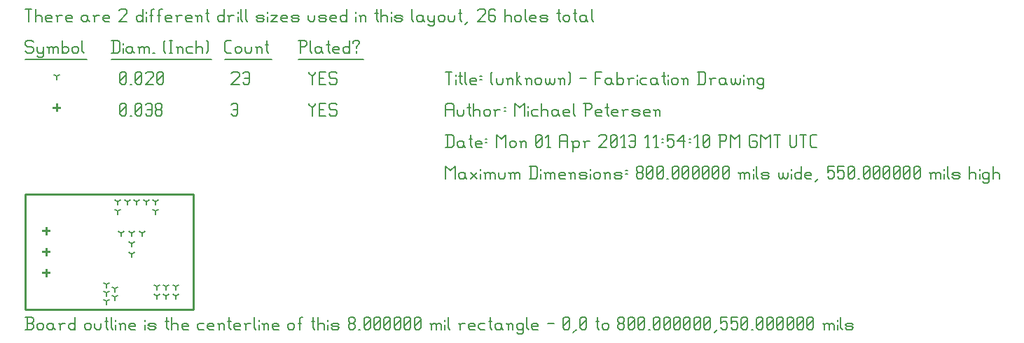
<source format=gbr>
G04 start of page 11 for group -3984 idx -3984 *
G04 Title: (unknown), fab *
G04 Creator: pcb 20110918 *
G04 CreationDate: Mon 01 Apr 2013 11:54:10 PM GMT UTC *
G04 For: railfan *
G04 Format: Gerber/RS-274X *
G04 PCB-Dimensions: 80000 55000 *
G04 PCB-Coordinate-Origin: lower left *
%MOIN*%
%FSLAX25Y25*%
%LNFAB*%
%ADD47C,0.0100*%
%ADD46C,0.0060*%
%ADD45R,0.0080X0.0080*%
G54D45*X10000Y19100D02*Y15900D01*
X8400Y17500D02*X11600D01*
X10000Y29100D02*Y25900D01*
X8400Y27500D02*X11600D01*
X10000Y39100D02*Y35900D01*
X8400Y37500D02*X11600D01*
X15000Y97850D02*Y94650D01*
X13400Y96250D02*X16600D01*
G54D46*X135000Y98500D02*Y97750D01*
X136500Y96250D01*
X138000Y97750D01*
Y98500D02*Y97750D01*
X136500Y96250D02*Y92500D01*
X139800Y95500D02*X142050D01*
X139800Y92500D02*X142800D01*
X139800Y98500D02*Y92500D01*
Y98500D02*X142800D01*
X147600D02*X148350Y97750D01*
X145350Y98500D02*X147600D01*
X144600Y97750D02*X145350Y98500D01*
X144600Y97750D02*Y96250D01*
X145350Y95500D01*
X147600D01*
X148350Y94750D01*
Y93250D01*
X147600Y92500D02*X148350Y93250D01*
X145350Y92500D02*X147600D01*
X144600Y93250D02*X145350Y92500D01*
X98000Y97750D02*X98750Y98500D01*
X100250D01*
X101000Y97750D01*
Y93250D01*
X100250Y92500D02*X101000Y93250D01*
X98750Y92500D02*X100250D01*
X98000Y93250D02*X98750Y92500D01*
Y95500D02*X101000D01*
X45000Y93250D02*X45750Y92500D01*
X45000Y97750D02*Y93250D01*
Y97750D02*X45750Y98500D01*
X47250D01*
X48000Y97750D01*
Y93250D01*
X47250Y92500D02*X48000Y93250D01*
X45750Y92500D02*X47250D01*
X45000Y94000D02*X48000Y97000D01*
X49800Y92500D02*X50550D01*
X52350Y93250D02*X53100Y92500D01*
X52350Y97750D02*Y93250D01*
Y97750D02*X53100Y98500D01*
X54600D01*
X55350Y97750D01*
Y93250D01*
X54600Y92500D02*X55350Y93250D01*
X53100Y92500D02*X54600D01*
X52350Y94000D02*X55350Y97000D01*
X57150Y97750D02*X57900Y98500D01*
X59400D01*
X60150Y97750D01*
Y93250D01*
X59400Y92500D02*X60150Y93250D01*
X57900Y92500D02*X59400D01*
X57150Y93250D02*X57900Y92500D01*
Y95500D02*X60150D01*
X61950Y93250D02*X62700Y92500D01*
X61950Y94750D02*Y93250D01*
Y94750D02*X62700Y95500D01*
X64200D01*
X64950Y94750D01*
Y93250D01*
X64200Y92500D02*X64950Y93250D01*
X62700Y92500D02*X64200D01*
X61950Y96250D02*X62700Y95500D01*
X61950Y97750D02*Y96250D01*
Y97750D02*X62700Y98500D01*
X64200D01*
X64950Y97750D01*
Y96250D01*
X64200Y95500D02*X64950Y96250D01*
X50500Y36500D02*Y34900D01*
Y36500D02*X51887Y37300D01*
X50500Y36500D02*X49113Y37300D01*
X45500Y36500D02*Y34900D01*
Y36500D02*X46887Y37300D01*
X45500Y36500D02*X44113Y37300D01*
X55500Y36500D02*Y34900D01*
Y36500D02*X56887Y37300D01*
X55500Y36500D02*X54113Y37300D01*
X50500Y31500D02*Y29900D01*
Y31500D02*X51887Y32300D01*
X50500Y31500D02*X49113Y32300D01*
X50500Y26500D02*Y24900D01*
Y26500D02*X51887Y27300D01*
X50500Y26500D02*X49113Y27300D01*
X44000Y47000D02*Y45400D01*
Y47000D02*X45387Y47800D01*
X44000Y47000D02*X42613Y47800D01*
X62000Y47000D02*Y45400D01*
Y47000D02*X63387Y47800D01*
X62000Y47000D02*X60613Y47800D01*
X62000Y51500D02*Y49900D01*
Y51500D02*X63387Y52300D01*
X62000Y51500D02*X60613Y52300D01*
X57500Y51500D02*Y49900D01*
Y51500D02*X58887Y52300D01*
X57500Y51500D02*X56113Y52300D01*
X53000Y51500D02*Y49900D01*
Y51500D02*X54387Y52300D01*
X53000Y51500D02*X51613Y52300D01*
X48500Y51500D02*Y49900D01*
Y51500D02*X49887Y52300D01*
X48500Y51500D02*X47113Y52300D01*
X44000Y51500D02*Y49900D01*
Y51500D02*X45387Y52300D01*
X44000Y51500D02*X42613Y52300D01*
X38500Y12000D02*Y10400D01*
Y12000D02*X39887Y12800D01*
X38500Y12000D02*X37113Y12800D01*
X38500Y8000D02*Y6400D01*
Y8000D02*X39887Y8800D01*
X38500Y8000D02*X37113Y8800D01*
X38500Y4000D02*Y2400D01*
Y4000D02*X39887Y4800D01*
X38500Y4000D02*X37113Y4800D01*
X42500Y6000D02*Y4400D01*
Y6000D02*X43887Y6800D01*
X42500Y6000D02*X41113Y6800D01*
X42500Y10000D02*Y8400D01*
Y10000D02*X43887Y10800D01*
X42500Y10000D02*X41113Y10800D01*
X62500Y6500D02*Y4900D01*
Y6500D02*X63887Y7300D01*
X62500Y6500D02*X61113Y7300D01*
X67000Y6500D02*Y4900D01*
Y6500D02*X68387Y7300D01*
X67000Y6500D02*X65613Y7300D01*
X71500Y6500D02*Y4900D01*
Y6500D02*X72887Y7300D01*
X71500Y6500D02*X70113Y7300D01*
X62500Y11000D02*Y9400D01*
Y11000D02*X63887Y11800D01*
X62500Y11000D02*X61113Y11800D01*
X67000Y11000D02*Y9400D01*
Y11000D02*X68387Y11800D01*
X67000Y11000D02*X65613Y11800D01*
X71500Y11000D02*Y9400D01*
Y11000D02*X72887Y11800D01*
X71500Y11000D02*X70113Y11800D01*
X15000Y111250D02*Y109650D01*
Y111250D02*X16387Y112050D01*
X15000Y111250D02*X13613Y112050D01*
X135000Y113500D02*Y112750D01*
X136500Y111250D01*
X138000Y112750D01*
Y113500D02*Y112750D01*
X136500Y111250D02*Y107500D01*
X139800Y110500D02*X142050D01*
X139800Y107500D02*X142800D01*
X139800Y113500D02*Y107500D01*
Y113500D02*X142800D01*
X147600D02*X148350Y112750D01*
X145350Y113500D02*X147600D01*
X144600Y112750D02*X145350Y113500D01*
X144600Y112750D02*Y111250D01*
X145350Y110500D01*
X147600D01*
X148350Y109750D01*
Y108250D01*
X147600Y107500D02*X148350Y108250D01*
X145350Y107500D02*X147600D01*
X144600Y108250D02*X145350Y107500D01*
X98000Y112750D02*X98750Y113500D01*
X101000D01*
X101750Y112750D01*
Y111250D01*
X98000Y107500D02*X101750Y111250D01*
X98000Y107500D02*X101750D01*
X103550Y112750D02*X104300Y113500D01*
X105800D01*
X106550Y112750D01*
Y108250D01*
X105800Y107500D02*X106550Y108250D01*
X104300Y107500D02*X105800D01*
X103550Y108250D02*X104300Y107500D01*
Y110500D02*X106550D01*
X45000Y108250D02*X45750Y107500D01*
X45000Y112750D02*Y108250D01*
Y112750D02*X45750Y113500D01*
X47250D01*
X48000Y112750D01*
Y108250D01*
X47250Y107500D02*X48000Y108250D01*
X45750Y107500D02*X47250D01*
X45000Y109000D02*X48000Y112000D01*
X49800Y107500D02*X50550D01*
X52350Y108250D02*X53100Y107500D01*
X52350Y112750D02*Y108250D01*
Y112750D02*X53100Y113500D01*
X54600D01*
X55350Y112750D01*
Y108250D01*
X54600Y107500D02*X55350Y108250D01*
X53100Y107500D02*X54600D01*
X52350Y109000D02*X55350Y112000D01*
X57150Y112750D02*X57900Y113500D01*
X60150D01*
X60900Y112750D01*
Y111250D01*
X57150Y107500D02*X60900Y111250D01*
X57150Y107500D02*X60900D01*
X62700Y108250D02*X63450Y107500D01*
X62700Y112750D02*Y108250D01*
Y112750D02*X63450Y113500D01*
X64950D01*
X65700Y112750D01*
Y108250D01*
X64950Y107500D02*X65700Y108250D01*
X63450Y107500D02*X64950D01*
X62700Y109000D02*X65700Y112000D01*
X3000Y128500D02*X3750Y127750D01*
X750Y128500D02*X3000D01*
X0Y127750D02*X750Y128500D01*
X0Y127750D02*Y126250D01*
X750Y125500D01*
X3000D01*
X3750Y124750D01*
Y123250D01*
X3000Y122500D02*X3750Y123250D01*
X750Y122500D02*X3000D01*
X0Y123250D02*X750Y122500D01*
X5550Y125500D02*Y123250D01*
X6300Y122500D01*
X8550Y125500D02*Y121000D01*
X7800Y120250D02*X8550Y121000D01*
X6300Y120250D02*X7800D01*
X5550Y121000D02*X6300Y120250D01*
Y122500D02*X7800D01*
X8550Y123250D01*
X11100Y124750D02*Y122500D01*
Y124750D02*X11850Y125500D01*
X12600D01*
X13350Y124750D01*
Y122500D01*
Y124750D02*X14100Y125500D01*
X14850D01*
X15600Y124750D01*
Y122500D01*
X10350Y125500D02*X11100Y124750D01*
X17400Y128500D02*Y122500D01*
Y123250D02*X18150Y122500D01*
X19650D01*
X20400Y123250D01*
Y124750D02*Y123250D01*
X19650Y125500D02*X20400Y124750D01*
X18150Y125500D02*X19650D01*
X17400Y124750D02*X18150Y125500D01*
X22200Y124750D02*Y123250D01*
Y124750D02*X22950Y125500D01*
X24450D01*
X25200Y124750D01*
Y123250D01*
X24450Y122500D02*X25200Y123250D01*
X22950Y122500D02*X24450D01*
X22200Y123250D02*X22950Y122500D01*
X27000Y128500D02*Y123250D01*
X27750Y122500D01*
X0Y119250D02*X29250D01*
X41750Y128500D02*Y122500D01*
X44000Y128500D02*X44750Y127750D01*
Y123250D01*
X44000Y122500D02*X44750Y123250D01*
X41000Y122500D02*X44000D01*
X41000Y128500D02*X44000D01*
X46550Y127000D02*Y126250D01*
Y124750D02*Y122500D01*
X50300Y125500D02*X51050Y124750D01*
X48800Y125500D02*X50300D01*
X48050Y124750D02*X48800Y125500D01*
X48050Y124750D02*Y123250D01*
X48800Y122500D01*
X51050Y125500D02*Y123250D01*
X51800Y122500D01*
X48800D02*X50300D01*
X51050Y123250D01*
X54350Y124750D02*Y122500D01*
Y124750D02*X55100Y125500D01*
X55850D01*
X56600Y124750D01*
Y122500D01*
Y124750D02*X57350Y125500D01*
X58100D01*
X58850Y124750D01*
Y122500D01*
X53600Y125500D02*X54350Y124750D01*
X60650Y122500D02*X61400D01*
X65900Y123250D02*X66650Y122500D01*
X65900Y127750D02*X66650Y128500D01*
X65900Y127750D02*Y123250D01*
X68450Y128500D02*X69950D01*
X69200D02*Y122500D01*
X68450D02*X69950D01*
X72500Y124750D02*Y122500D01*
Y124750D02*X73250Y125500D01*
X74000D01*
X74750Y124750D01*
Y122500D01*
X71750Y125500D02*X72500Y124750D01*
X77300Y125500D02*X79550D01*
X76550Y124750D02*X77300Y125500D01*
X76550Y124750D02*Y123250D01*
X77300Y122500D01*
X79550D01*
X81350Y128500D02*Y122500D01*
Y124750D02*X82100Y125500D01*
X83600D01*
X84350Y124750D01*
Y122500D01*
X86150Y128500D02*X86900Y127750D01*
Y123250D01*
X86150Y122500D02*X86900Y123250D01*
X41000Y119250D02*X88700D01*
X95750Y122500D02*X98000D01*
X95000Y123250D02*X95750Y122500D01*
X95000Y127750D02*Y123250D01*
Y127750D02*X95750Y128500D01*
X98000D01*
X99800Y124750D02*Y123250D01*
Y124750D02*X100550Y125500D01*
X102050D01*
X102800Y124750D01*
Y123250D01*
X102050Y122500D02*X102800Y123250D01*
X100550Y122500D02*X102050D01*
X99800Y123250D02*X100550Y122500D01*
X104600Y125500D02*Y123250D01*
X105350Y122500D01*
X106850D01*
X107600Y123250D01*
Y125500D02*Y123250D01*
X110150Y124750D02*Y122500D01*
Y124750D02*X110900Y125500D01*
X111650D01*
X112400Y124750D01*
Y122500D01*
X109400Y125500D02*X110150Y124750D01*
X114950Y128500D02*Y123250D01*
X115700Y122500D01*
X114200Y126250D02*X115700D01*
X95000Y119250D02*X117200D01*
X130750Y128500D02*Y122500D01*
X130000Y128500D02*X133000D01*
X133750Y127750D01*
Y126250D01*
X133000Y125500D02*X133750Y126250D01*
X130750Y125500D02*X133000D01*
X135550Y128500D02*Y123250D01*
X136300Y122500D01*
X140050Y125500D02*X140800Y124750D01*
X138550Y125500D02*X140050D01*
X137800Y124750D02*X138550Y125500D01*
X137800Y124750D02*Y123250D01*
X138550Y122500D01*
X140800Y125500D02*Y123250D01*
X141550Y122500D01*
X138550D02*X140050D01*
X140800Y123250D01*
X144100Y128500D02*Y123250D01*
X144850Y122500D01*
X143350Y126250D02*X144850D01*
X147100Y122500D02*X149350D01*
X146350Y123250D02*X147100Y122500D01*
X146350Y124750D02*Y123250D01*
Y124750D02*X147100Y125500D01*
X148600D01*
X149350Y124750D01*
X146350Y124000D02*X149350D01*
Y124750D02*Y124000D01*
X154150Y128500D02*Y122500D01*
X153400D02*X154150Y123250D01*
X151900Y122500D02*X153400D01*
X151150Y123250D02*X151900Y122500D01*
X151150Y124750D02*Y123250D01*
Y124750D02*X151900Y125500D01*
X153400D01*
X154150Y124750D01*
X157450Y125500D02*Y124750D01*
Y123250D02*Y122500D01*
X155950Y127750D02*Y127000D01*
Y127750D02*X156700Y128500D01*
X158200D01*
X158950Y127750D01*
Y127000D01*
X157450Y125500D02*X158950Y127000D01*
X130000Y119250D02*X160750D01*
X0Y143500D02*X3000D01*
X1500D02*Y137500D01*
X4800Y143500D02*Y137500D01*
Y139750D02*X5550Y140500D01*
X7050D01*
X7800Y139750D01*
Y137500D01*
X10350D02*X12600D01*
X9600Y138250D02*X10350Y137500D01*
X9600Y139750D02*Y138250D01*
Y139750D02*X10350Y140500D01*
X11850D01*
X12600Y139750D01*
X9600Y139000D02*X12600D01*
Y139750D02*Y139000D01*
X15150Y139750D02*Y137500D01*
Y139750D02*X15900Y140500D01*
X17400D01*
X14400D02*X15150Y139750D01*
X19950Y137500D02*X22200D01*
X19200Y138250D02*X19950Y137500D01*
X19200Y139750D02*Y138250D01*
Y139750D02*X19950Y140500D01*
X21450D01*
X22200Y139750D01*
X19200Y139000D02*X22200D01*
Y139750D02*Y139000D01*
X28950Y140500D02*X29700Y139750D01*
X27450Y140500D02*X28950D01*
X26700Y139750D02*X27450Y140500D01*
X26700Y139750D02*Y138250D01*
X27450Y137500D01*
X29700Y140500D02*Y138250D01*
X30450Y137500D01*
X27450D02*X28950D01*
X29700Y138250D01*
X33000Y139750D02*Y137500D01*
Y139750D02*X33750Y140500D01*
X35250D01*
X32250D02*X33000Y139750D01*
X37800Y137500D02*X40050D01*
X37050Y138250D02*X37800Y137500D01*
X37050Y139750D02*Y138250D01*
Y139750D02*X37800Y140500D01*
X39300D01*
X40050Y139750D01*
X37050Y139000D02*X40050D01*
Y139750D02*Y139000D01*
X44550Y142750D02*X45300Y143500D01*
X47550D01*
X48300Y142750D01*
Y141250D01*
X44550Y137500D02*X48300Y141250D01*
X44550Y137500D02*X48300D01*
X55800Y143500D02*Y137500D01*
X55050D02*X55800Y138250D01*
X53550Y137500D02*X55050D01*
X52800Y138250D02*X53550Y137500D01*
X52800Y139750D02*Y138250D01*
Y139750D02*X53550Y140500D01*
X55050D01*
X55800Y139750D01*
X57600Y142000D02*Y141250D01*
Y139750D02*Y137500D01*
X59850Y142750D02*Y137500D01*
Y142750D02*X60600Y143500D01*
X61350D01*
X59100Y140500D02*X60600D01*
X63600Y142750D02*Y137500D01*
Y142750D02*X64350Y143500D01*
X65100D01*
X62850Y140500D02*X64350D01*
X67350Y137500D02*X69600D01*
X66600Y138250D02*X67350Y137500D01*
X66600Y139750D02*Y138250D01*
Y139750D02*X67350Y140500D01*
X68850D01*
X69600Y139750D01*
X66600Y139000D02*X69600D01*
Y139750D02*Y139000D01*
X72150Y139750D02*Y137500D01*
Y139750D02*X72900Y140500D01*
X74400D01*
X71400D02*X72150Y139750D01*
X76950Y137500D02*X79200D01*
X76200Y138250D02*X76950Y137500D01*
X76200Y139750D02*Y138250D01*
Y139750D02*X76950Y140500D01*
X78450D01*
X79200Y139750D01*
X76200Y139000D02*X79200D01*
Y139750D02*Y139000D01*
X81750Y139750D02*Y137500D01*
Y139750D02*X82500Y140500D01*
X83250D01*
X84000Y139750D01*
Y137500D01*
X81000Y140500D02*X81750Y139750D01*
X86550Y143500D02*Y138250D01*
X87300Y137500D01*
X85800Y141250D02*X87300D01*
X94500Y143500D02*Y137500D01*
X93750D02*X94500Y138250D01*
X92250Y137500D02*X93750D01*
X91500Y138250D02*X92250Y137500D01*
X91500Y139750D02*Y138250D01*
Y139750D02*X92250Y140500D01*
X93750D01*
X94500Y139750D01*
X97050D02*Y137500D01*
Y139750D02*X97800Y140500D01*
X99300D01*
X96300D02*X97050Y139750D01*
X101100Y142000D02*Y141250D01*
Y139750D02*Y137500D01*
X102600Y143500D02*Y138250D01*
X103350Y137500D01*
X104850Y143500D02*Y138250D01*
X105600Y137500D01*
X110550D02*X112800D01*
X113550Y138250D01*
X112800Y139000D02*X113550Y138250D01*
X110550Y139000D02*X112800D01*
X109800Y139750D02*X110550Y139000D01*
X109800Y139750D02*X110550Y140500D01*
X112800D01*
X113550Y139750D01*
X109800Y138250D02*X110550Y137500D01*
X115350Y142000D02*Y141250D01*
Y139750D02*Y137500D01*
X116850Y140500D02*X119850D01*
X116850Y137500D02*X119850Y140500D01*
X116850Y137500D02*X119850D01*
X122400D02*X124650D01*
X121650Y138250D02*X122400Y137500D01*
X121650Y139750D02*Y138250D01*
Y139750D02*X122400Y140500D01*
X123900D01*
X124650Y139750D01*
X121650Y139000D02*X124650D01*
Y139750D02*Y139000D01*
X127200Y137500D02*X129450D01*
X130200Y138250D01*
X129450Y139000D02*X130200Y138250D01*
X127200Y139000D02*X129450D01*
X126450Y139750D02*X127200Y139000D01*
X126450Y139750D02*X127200Y140500D01*
X129450D01*
X130200Y139750D01*
X126450Y138250D02*X127200Y137500D01*
X134700Y140500D02*Y138250D01*
X135450Y137500D01*
X136950D01*
X137700Y138250D01*
Y140500D02*Y138250D01*
X140250Y137500D02*X142500D01*
X143250Y138250D01*
X142500Y139000D02*X143250Y138250D01*
X140250Y139000D02*X142500D01*
X139500Y139750D02*X140250Y139000D01*
X139500Y139750D02*X140250Y140500D01*
X142500D01*
X143250Y139750D01*
X139500Y138250D02*X140250Y137500D01*
X145800D02*X148050D01*
X145050Y138250D02*X145800Y137500D01*
X145050Y139750D02*Y138250D01*
Y139750D02*X145800Y140500D01*
X147300D01*
X148050Y139750D01*
X145050Y139000D02*X148050D01*
Y139750D02*Y139000D01*
X152850Y143500D02*Y137500D01*
X152100D02*X152850Y138250D01*
X150600Y137500D02*X152100D01*
X149850Y138250D02*X150600Y137500D01*
X149850Y139750D02*Y138250D01*
Y139750D02*X150600Y140500D01*
X152100D01*
X152850Y139750D01*
X157350Y142000D02*Y141250D01*
Y139750D02*Y137500D01*
X159600Y139750D02*Y137500D01*
Y139750D02*X160350Y140500D01*
X161100D01*
X161850Y139750D01*
Y137500D01*
X158850Y140500D02*X159600Y139750D01*
X167100Y143500D02*Y138250D01*
X167850Y137500D01*
X166350Y141250D02*X167850D01*
X169350Y143500D02*Y137500D01*
Y139750D02*X170100Y140500D01*
X171600D01*
X172350Y139750D01*
Y137500D01*
X174150Y142000D02*Y141250D01*
Y139750D02*Y137500D01*
X176400D02*X178650D01*
X179400Y138250D01*
X178650Y139000D02*X179400Y138250D01*
X176400Y139000D02*X178650D01*
X175650Y139750D02*X176400Y139000D01*
X175650Y139750D02*X176400Y140500D01*
X178650D01*
X179400Y139750D01*
X175650Y138250D02*X176400Y137500D01*
X183900Y143500D02*Y138250D01*
X184650Y137500D01*
X188400Y140500D02*X189150Y139750D01*
X186900Y140500D02*X188400D01*
X186150Y139750D02*X186900Y140500D01*
X186150Y139750D02*Y138250D01*
X186900Y137500D01*
X189150Y140500D02*Y138250D01*
X189900Y137500D01*
X186900D02*X188400D01*
X189150Y138250D01*
X191700Y140500D02*Y138250D01*
X192450Y137500D01*
X194700Y140500D02*Y136000D01*
X193950Y135250D02*X194700Y136000D01*
X192450Y135250D02*X193950D01*
X191700Y136000D02*X192450Y135250D01*
Y137500D02*X193950D01*
X194700Y138250D01*
X196500Y139750D02*Y138250D01*
Y139750D02*X197250Y140500D01*
X198750D01*
X199500Y139750D01*
Y138250D01*
X198750Y137500D02*X199500Y138250D01*
X197250Y137500D02*X198750D01*
X196500Y138250D02*X197250Y137500D01*
X201300Y140500D02*Y138250D01*
X202050Y137500D01*
X203550D01*
X204300Y138250D01*
Y140500D02*Y138250D01*
X206850Y143500D02*Y138250D01*
X207600Y137500D01*
X206100Y141250D02*X207600D01*
X209100Y136000D02*X210600Y137500D01*
X215100Y142750D02*X215850Y143500D01*
X218100D01*
X218850Y142750D01*
Y141250D01*
X215100Y137500D02*X218850Y141250D01*
X215100Y137500D02*X218850D01*
X222900Y143500D02*X223650Y142750D01*
X221400Y143500D02*X222900D01*
X220650Y142750D02*X221400Y143500D01*
X220650Y142750D02*Y138250D01*
X221400Y137500D01*
X222900Y140500D02*X223650Y139750D01*
X220650Y140500D02*X222900D01*
X221400Y137500D02*X222900D01*
X223650Y138250D01*
Y139750D02*Y138250D01*
X228150Y143500D02*Y137500D01*
Y139750D02*X228900Y140500D01*
X230400D01*
X231150Y139750D01*
Y137500D01*
X232950Y139750D02*Y138250D01*
Y139750D02*X233700Y140500D01*
X235200D01*
X235950Y139750D01*
Y138250D01*
X235200Y137500D02*X235950Y138250D01*
X233700Y137500D02*X235200D01*
X232950Y138250D02*X233700Y137500D01*
X237750Y143500D02*Y138250D01*
X238500Y137500D01*
X240750D02*X243000D01*
X240000Y138250D02*X240750Y137500D01*
X240000Y139750D02*Y138250D01*
Y139750D02*X240750Y140500D01*
X242250D01*
X243000Y139750D01*
X240000Y139000D02*X243000D01*
Y139750D02*Y139000D01*
X245550Y137500D02*X247800D01*
X248550Y138250D01*
X247800Y139000D02*X248550Y138250D01*
X245550Y139000D02*X247800D01*
X244800Y139750D02*X245550Y139000D01*
X244800Y139750D02*X245550Y140500D01*
X247800D01*
X248550Y139750D01*
X244800Y138250D02*X245550Y137500D01*
X253800Y143500D02*Y138250D01*
X254550Y137500D01*
X253050Y141250D02*X254550D01*
X256050Y139750D02*Y138250D01*
Y139750D02*X256800Y140500D01*
X258300D01*
X259050Y139750D01*
Y138250D01*
X258300Y137500D02*X259050Y138250D01*
X256800Y137500D02*X258300D01*
X256050Y138250D02*X256800Y137500D01*
X261600Y143500D02*Y138250D01*
X262350Y137500D01*
X260850Y141250D02*X262350D01*
X266100Y140500D02*X266850Y139750D01*
X264600Y140500D02*X266100D01*
X263850Y139750D02*X264600Y140500D01*
X263850Y139750D02*Y138250D01*
X264600Y137500D01*
X266850Y140500D02*Y138250D01*
X267600Y137500D01*
X264600D02*X266100D01*
X266850Y138250D01*
X269400Y143500D02*Y138250D01*
X270150Y137500D01*
G54D47*X0Y55000D02*X80000D01*
X0D02*Y0D01*
X80000Y55000D02*Y0D01*
X0D02*X80000D01*
G54D46*X200000Y68500D02*Y62500D01*
Y68500D02*X202250Y66250D01*
X204500Y68500D01*
Y62500D01*
X208550Y65500D02*X209300Y64750D01*
X207050Y65500D02*X208550D01*
X206300Y64750D02*X207050Y65500D01*
X206300Y64750D02*Y63250D01*
X207050Y62500D01*
X209300Y65500D02*Y63250D01*
X210050Y62500D01*
X207050D02*X208550D01*
X209300Y63250D01*
X211850Y65500D02*X214850Y62500D01*
X211850D02*X214850Y65500D01*
X216650Y67000D02*Y66250D01*
Y64750D02*Y62500D01*
X218900Y64750D02*Y62500D01*
Y64750D02*X219650Y65500D01*
X220400D01*
X221150Y64750D01*
Y62500D01*
Y64750D02*X221900Y65500D01*
X222650D01*
X223400Y64750D01*
Y62500D01*
X218150Y65500D02*X218900Y64750D01*
X225200Y65500D02*Y63250D01*
X225950Y62500D01*
X227450D01*
X228200Y63250D01*
Y65500D02*Y63250D01*
X230750Y64750D02*Y62500D01*
Y64750D02*X231500Y65500D01*
X232250D01*
X233000Y64750D01*
Y62500D01*
Y64750D02*X233750Y65500D01*
X234500D01*
X235250Y64750D01*
Y62500D01*
X230000Y65500D02*X230750Y64750D01*
X240500Y68500D02*Y62500D01*
X242750Y68500D02*X243500Y67750D01*
Y63250D01*
X242750Y62500D02*X243500Y63250D01*
X239750Y62500D02*X242750D01*
X239750Y68500D02*X242750D01*
X245300Y67000D02*Y66250D01*
Y64750D02*Y62500D01*
X247550Y64750D02*Y62500D01*
Y64750D02*X248300Y65500D01*
X249050D01*
X249800Y64750D01*
Y62500D01*
Y64750D02*X250550Y65500D01*
X251300D01*
X252050Y64750D01*
Y62500D01*
X246800Y65500D02*X247550Y64750D01*
X254600Y62500D02*X256850D01*
X253850Y63250D02*X254600Y62500D01*
X253850Y64750D02*Y63250D01*
Y64750D02*X254600Y65500D01*
X256100D01*
X256850Y64750D01*
X253850Y64000D02*X256850D01*
Y64750D02*Y64000D01*
X259400Y64750D02*Y62500D01*
Y64750D02*X260150Y65500D01*
X260900D01*
X261650Y64750D01*
Y62500D01*
X258650Y65500D02*X259400Y64750D01*
X264200Y62500D02*X266450D01*
X267200Y63250D01*
X266450Y64000D02*X267200Y63250D01*
X264200Y64000D02*X266450D01*
X263450Y64750D02*X264200Y64000D01*
X263450Y64750D02*X264200Y65500D01*
X266450D01*
X267200Y64750D01*
X263450Y63250D02*X264200Y62500D01*
X269000Y67000D02*Y66250D01*
Y64750D02*Y62500D01*
X270500Y64750D02*Y63250D01*
Y64750D02*X271250Y65500D01*
X272750D01*
X273500Y64750D01*
Y63250D01*
X272750Y62500D02*X273500Y63250D01*
X271250Y62500D02*X272750D01*
X270500Y63250D02*X271250Y62500D01*
X276050Y64750D02*Y62500D01*
Y64750D02*X276800Y65500D01*
X277550D01*
X278300Y64750D01*
Y62500D01*
X275300Y65500D02*X276050Y64750D01*
X280850Y62500D02*X283100D01*
X283850Y63250D01*
X283100Y64000D02*X283850Y63250D01*
X280850Y64000D02*X283100D01*
X280100Y64750D02*X280850Y64000D01*
X280100Y64750D02*X280850Y65500D01*
X283100D01*
X283850Y64750D01*
X280100Y63250D02*X280850Y62500D01*
X285650Y66250D02*X286400D01*
X285650Y64750D02*X286400D01*
X290900Y63250D02*X291650Y62500D01*
X290900Y64750D02*Y63250D01*
Y64750D02*X291650Y65500D01*
X293150D01*
X293900Y64750D01*
Y63250D01*
X293150Y62500D02*X293900Y63250D01*
X291650Y62500D02*X293150D01*
X290900Y66250D02*X291650Y65500D01*
X290900Y67750D02*Y66250D01*
Y67750D02*X291650Y68500D01*
X293150D01*
X293900Y67750D01*
Y66250D01*
X293150Y65500D02*X293900Y66250D01*
X295700Y63250D02*X296450Y62500D01*
X295700Y67750D02*Y63250D01*
Y67750D02*X296450Y68500D01*
X297950D01*
X298700Y67750D01*
Y63250D01*
X297950Y62500D02*X298700Y63250D01*
X296450Y62500D02*X297950D01*
X295700Y64000D02*X298700Y67000D01*
X300500Y63250D02*X301250Y62500D01*
X300500Y67750D02*Y63250D01*
Y67750D02*X301250Y68500D01*
X302750D01*
X303500Y67750D01*
Y63250D01*
X302750Y62500D02*X303500Y63250D01*
X301250Y62500D02*X302750D01*
X300500Y64000D02*X303500Y67000D01*
X305300Y62500D02*X306050D01*
X307850Y63250D02*X308600Y62500D01*
X307850Y67750D02*Y63250D01*
Y67750D02*X308600Y68500D01*
X310100D01*
X310850Y67750D01*
Y63250D01*
X310100Y62500D02*X310850Y63250D01*
X308600Y62500D02*X310100D01*
X307850Y64000D02*X310850Y67000D01*
X312650Y63250D02*X313400Y62500D01*
X312650Y67750D02*Y63250D01*
Y67750D02*X313400Y68500D01*
X314900D01*
X315650Y67750D01*
Y63250D01*
X314900Y62500D02*X315650Y63250D01*
X313400Y62500D02*X314900D01*
X312650Y64000D02*X315650Y67000D01*
X317450Y63250D02*X318200Y62500D01*
X317450Y67750D02*Y63250D01*
Y67750D02*X318200Y68500D01*
X319700D01*
X320450Y67750D01*
Y63250D01*
X319700Y62500D02*X320450Y63250D01*
X318200Y62500D02*X319700D01*
X317450Y64000D02*X320450Y67000D01*
X322250Y63250D02*X323000Y62500D01*
X322250Y67750D02*Y63250D01*
Y67750D02*X323000Y68500D01*
X324500D01*
X325250Y67750D01*
Y63250D01*
X324500Y62500D02*X325250Y63250D01*
X323000Y62500D02*X324500D01*
X322250Y64000D02*X325250Y67000D01*
X327050Y63250D02*X327800Y62500D01*
X327050Y67750D02*Y63250D01*
Y67750D02*X327800Y68500D01*
X329300D01*
X330050Y67750D01*
Y63250D01*
X329300Y62500D02*X330050Y63250D01*
X327800Y62500D02*X329300D01*
X327050Y64000D02*X330050Y67000D01*
X331850Y63250D02*X332600Y62500D01*
X331850Y67750D02*Y63250D01*
Y67750D02*X332600Y68500D01*
X334100D01*
X334850Y67750D01*
Y63250D01*
X334100Y62500D02*X334850Y63250D01*
X332600Y62500D02*X334100D01*
X331850Y64000D02*X334850Y67000D01*
X340100Y64750D02*Y62500D01*
Y64750D02*X340850Y65500D01*
X341600D01*
X342350Y64750D01*
Y62500D01*
Y64750D02*X343100Y65500D01*
X343850D01*
X344600Y64750D01*
Y62500D01*
X339350Y65500D02*X340100Y64750D01*
X346400Y67000D02*Y66250D01*
Y64750D02*Y62500D01*
X347900Y68500D02*Y63250D01*
X348650Y62500D01*
X350900D02*X353150D01*
X353900Y63250D01*
X353150Y64000D02*X353900Y63250D01*
X350900Y64000D02*X353150D01*
X350150Y64750D02*X350900Y64000D01*
X350150Y64750D02*X350900Y65500D01*
X353150D01*
X353900Y64750D01*
X350150Y63250D02*X350900Y62500D01*
X358400Y65500D02*Y63250D01*
X359150Y62500D01*
X359900D01*
X360650Y63250D01*
Y65500D02*Y63250D01*
X361400Y62500D01*
X362150D01*
X362900Y63250D01*
Y65500D02*Y63250D01*
X364700Y67000D02*Y66250D01*
Y64750D02*Y62500D01*
X369200Y68500D02*Y62500D01*
X368450D02*X369200Y63250D01*
X366950Y62500D02*X368450D01*
X366200Y63250D02*X366950Y62500D01*
X366200Y64750D02*Y63250D01*
Y64750D02*X366950Y65500D01*
X368450D01*
X369200Y64750D01*
X371750Y62500D02*X374000D01*
X371000Y63250D02*X371750Y62500D01*
X371000Y64750D02*Y63250D01*
Y64750D02*X371750Y65500D01*
X373250D01*
X374000Y64750D01*
X371000Y64000D02*X374000D01*
Y64750D02*Y64000D01*
X375800Y61000D02*X377300Y62500D01*
X381800Y68500D02*X384800D01*
X381800D02*Y65500D01*
X382550Y66250D01*
X384050D01*
X384800Y65500D01*
Y63250D01*
X384050Y62500D02*X384800Y63250D01*
X382550Y62500D02*X384050D01*
X381800Y63250D02*X382550Y62500D01*
X386600Y68500D02*X389600D01*
X386600D02*Y65500D01*
X387350Y66250D01*
X388850D01*
X389600Y65500D01*
Y63250D01*
X388850Y62500D02*X389600Y63250D01*
X387350Y62500D02*X388850D01*
X386600Y63250D02*X387350Y62500D01*
X391400Y63250D02*X392150Y62500D01*
X391400Y67750D02*Y63250D01*
Y67750D02*X392150Y68500D01*
X393650D01*
X394400Y67750D01*
Y63250D01*
X393650Y62500D02*X394400Y63250D01*
X392150Y62500D02*X393650D01*
X391400Y64000D02*X394400Y67000D01*
X396200Y62500D02*X396950D01*
X398750Y63250D02*X399500Y62500D01*
X398750Y67750D02*Y63250D01*
Y67750D02*X399500Y68500D01*
X401000D01*
X401750Y67750D01*
Y63250D01*
X401000Y62500D02*X401750Y63250D01*
X399500Y62500D02*X401000D01*
X398750Y64000D02*X401750Y67000D01*
X403550Y63250D02*X404300Y62500D01*
X403550Y67750D02*Y63250D01*
Y67750D02*X404300Y68500D01*
X405800D01*
X406550Y67750D01*
Y63250D01*
X405800Y62500D02*X406550Y63250D01*
X404300Y62500D02*X405800D01*
X403550Y64000D02*X406550Y67000D01*
X408350Y63250D02*X409100Y62500D01*
X408350Y67750D02*Y63250D01*
Y67750D02*X409100Y68500D01*
X410600D01*
X411350Y67750D01*
Y63250D01*
X410600Y62500D02*X411350Y63250D01*
X409100Y62500D02*X410600D01*
X408350Y64000D02*X411350Y67000D01*
X413150Y63250D02*X413900Y62500D01*
X413150Y67750D02*Y63250D01*
Y67750D02*X413900Y68500D01*
X415400D01*
X416150Y67750D01*
Y63250D01*
X415400Y62500D02*X416150Y63250D01*
X413900Y62500D02*X415400D01*
X413150Y64000D02*X416150Y67000D01*
X417950Y63250D02*X418700Y62500D01*
X417950Y67750D02*Y63250D01*
Y67750D02*X418700Y68500D01*
X420200D01*
X420950Y67750D01*
Y63250D01*
X420200Y62500D02*X420950Y63250D01*
X418700Y62500D02*X420200D01*
X417950Y64000D02*X420950Y67000D01*
X422750Y63250D02*X423500Y62500D01*
X422750Y67750D02*Y63250D01*
Y67750D02*X423500Y68500D01*
X425000D01*
X425750Y67750D01*
Y63250D01*
X425000Y62500D02*X425750Y63250D01*
X423500Y62500D02*X425000D01*
X422750Y64000D02*X425750Y67000D01*
X431000Y64750D02*Y62500D01*
Y64750D02*X431750Y65500D01*
X432500D01*
X433250Y64750D01*
Y62500D01*
Y64750D02*X434000Y65500D01*
X434750D01*
X435500Y64750D01*
Y62500D01*
X430250Y65500D02*X431000Y64750D01*
X437300Y67000D02*Y66250D01*
Y64750D02*Y62500D01*
X438800Y68500D02*Y63250D01*
X439550Y62500D01*
X441800D02*X444050D01*
X444800Y63250D01*
X444050Y64000D02*X444800Y63250D01*
X441800Y64000D02*X444050D01*
X441050Y64750D02*X441800Y64000D01*
X441050Y64750D02*X441800Y65500D01*
X444050D01*
X444800Y64750D01*
X441050Y63250D02*X441800Y62500D01*
X449300Y68500D02*Y62500D01*
Y64750D02*X450050Y65500D01*
X451550D01*
X452300Y64750D01*
Y62500D01*
X454100Y67000D02*Y66250D01*
Y64750D02*Y62500D01*
X457850Y65500D02*X458600Y64750D01*
X456350Y65500D02*X457850D01*
X455600Y64750D02*X456350Y65500D01*
X455600Y64750D02*Y63250D01*
X456350Y62500D01*
X457850D01*
X458600Y63250D01*
X455600Y61000D02*X456350Y60250D01*
X457850D01*
X458600Y61000D01*
Y65500D02*Y61000D01*
X460400Y68500D02*Y62500D01*
Y64750D02*X461150Y65500D01*
X462650D01*
X463400Y64750D01*
Y62500D01*
X0Y-9500D02*X3000D01*
X3750Y-8750D01*
Y-7250D02*Y-8750D01*
X3000Y-6500D02*X3750Y-7250D01*
X750Y-6500D02*X3000D01*
X750Y-3500D02*Y-9500D01*
X0Y-3500D02*X3000D01*
X3750Y-4250D01*
Y-5750D01*
X3000Y-6500D02*X3750Y-5750D01*
X5550Y-7250D02*Y-8750D01*
Y-7250D02*X6300Y-6500D01*
X7800D01*
X8550Y-7250D01*
Y-8750D01*
X7800Y-9500D02*X8550Y-8750D01*
X6300Y-9500D02*X7800D01*
X5550Y-8750D02*X6300Y-9500D01*
X12600Y-6500D02*X13350Y-7250D01*
X11100Y-6500D02*X12600D01*
X10350Y-7250D02*X11100Y-6500D01*
X10350Y-7250D02*Y-8750D01*
X11100Y-9500D01*
X13350Y-6500D02*Y-8750D01*
X14100Y-9500D01*
X11100D02*X12600D01*
X13350Y-8750D01*
X16650Y-7250D02*Y-9500D01*
Y-7250D02*X17400Y-6500D01*
X18900D01*
X15900D02*X16650Y-7250D01*
X23700Y-3500D02*Y-9500D01*
X22950D02*X23700Y-8750D01*
X21450Y-9500D02*X22950D01*
X20700Y-8750D02*X21450Y-9500D01*
X20700Y-7250D02*Y-8750D01*
Y-7250D02*X21450Y-6500D01*
X22950D01*
X23700Y-7250D01*
X28200D02*Y-8750D01*
Y-7250D02*X28950Y-6500D01*
X30450D01*
X31200Y-7250D01*
Y-8750D01*
X30450Y-9500D02*X31200Y-8750D01*
X28950Y-9500D02*X30450D01*
X28200Y-8750D02*X28950Y-9500D01*
X33000Y-6500D02*Y-8750D01*
X33750Y-9500D01*
X35250D01*
X36000Y-8750D01*
Y-6500D02*Y-8750D01*
X38550Y-3500D02*Y-8750D01*
X39300Y-9500D01*
X37800Y-5750D02*X39300D01*
X40800Y-3500D02*Y-8750D01*
X41550Y-9500D01*
X43050Y-5000D02*Y-5750D01*
Y-7250D02*Y-9500D01*
X45300Y-7250D02*Y-9500D01*
Y-7250D02*X46050Y-6500D01*
X46800D01*
X47550Y-7250D01*
Y-9500D01*
X44550Y-6500D02*X45300Y-7250D01*
X50100Y-9500D02*X52350D01*
X49350Y-8750D02*X50100Y-9500D01*
X49350Y-7250D02*Y-8750D01*
Y-7250D02*X50100Y-6500D01*
X51600D01*
X52350Y-7250D01*
X49350Y-8000D02*X52350D01*
Y-7250D02*Y-8000D01*
X56850Y-5000D02*Y-5750D01*
Y-7250D02*Y-9500D01*
X59100D02*X61350D01*
X62100Y-8750D01*
X61350Y-8000D02*X62100Y-8750D01*
X59100Y-8000D02*X61350D01*
X58350Y-7250D02*X59100Y-8000D01*
X58350Y-7250D02*X59100Y-6500D01*
X61350D01*
X62100Y-7250D01*
X58350Y-8750D02*X59100Y-9500D01*
X67350Y-3500D02*Y-8750D01*
X68100Y-9500D01*
X66600Y-5750D02*X68100D01*
X69600Y-3500D02*Y-9500D01*
Y-7250D02*X70350Y-6500D01*
X71850D01*
X72600Y-7250D01*
Y-9500D01*
X75150D02*X77400D01*
X74400Y-8750D02*X75150Y-9500D01*
X74400Y-7250D02*Y-8750D01*
Y-7250D02*X75150Y-6500D01*
X76650D01*
X77400Y-7250D01*
X74400Y-8000D02*X77400D01*
Y-7250D02*Y-8000D01*
X82650Y-6500D02*X84900D01*
X81900Y-7250D02*X82650Y-6500D01*
X81900Y-7250D02*Y-8750D01*
X82650Y-9500D01*
X84900D01*
X87450D02*X89700D01*
X86700Y-8750D02*X87450Y-9500D01*
X86700Y-7250D02*Y-8750D01*
Y-7250D02*X87450Y-6500D01*
X88950D01*
X89700Y-7250D01*
X86700Y-8000D02*X89700D01*
Y-7250D02*Y-8000D01*
X92250Y-7250D02*Y-9500D01*
Y-7250D02*X93000Y-6500D01*
X93750D01*
X94500Y-7250D01*
Y-9500D01*
X91500Y-6500D02*X92250Y-7250D01*
X97050Y-3500D02*Y-8750D01*
X97800Y-9500D01*
X96300Y-5750D02*X97800D01*
X100050Y-9500D02*X102300D01*
X99300Y-8750D02*X100050Y-9500D01*
X99300Y-7250D02*Y-8750D01*
Y-7250D02*X100050Y-6500D01*
X101550D01*
X102300Y-7250D01*
X99300Y-8000D02*X102300D01*
Y-7250D02*Y-8000D01*
X104850Y-7250D02*Y-9500D01*
Y-7250D02*X105600Y-6500D01*
X107100D01*
X104100D02*X104850Y-7250D01*
X108900Y-3500D02*Y-8750D01*
X109650Y-9500D01*
X111150Y-5000D02*Y-5750D01*
Y-7250D02*Y-9500D01*
X113400Y-7250D02*Y-9500D01*
Y-7250D02*X114150Y-6500D01*
X114900D01*
X115650Y-7250D01*
Y-9500D01*
X112650Y-6500D02*X113400Y-7250D01*
X118200Y-9500D02*X120450D01*
X117450Y-8750D02*X118200Y-9500D01*
X117450Y-7250D02*Y-8750D01*
Y-7250D02*X118200Y-6500D01*
X119700D01*
X120450Y-7250D01*
X117450Y-8000D02*X120450D01*
Y-7250D02*Y-8000D01*
X124950Y-7250D02*Y-8750D01*
Y-7250D02*X125700Y-6500D01*
X127200D01*
X127950Y-7250D01*
Y-8750D01*
X127200Y-9500D02*X127950Y-8750D01*
X125700Y-9500D02*X127200D01*
X124950Y-8750D02*X125700Y-9500D01*
X130500Y-4250D02*Y-9500D01*
Y-4250D02*X131250Y-3500D01*
X132000D01*
X129750Y-6500D02*X131250D01*
X136950Y-3500D02*Y-8750D01*
X137700Y-9500D01*
X136200Y-5750D02*X137700D01*
X139200Y-3500D02*Y-9500D01*
Y-7250D02*X139950Y-6500D01*
X141450D01*
X142200Y-7250D01*
Y-9500D01*
X144000Y-5000D02*Y-5750D01*
Y-7250D02*Y-9500D01*
X146250D02*X148500D01*
X149250Y-8750D01*
X148500Y-8000D02*X149250Y-8750D01*
X146250Y-8000D02*X148500D01*
X145500Y-7250D02*X146250Y-8000D01*
X145500Y-7250D02*X146250Y-6500D01*
X148500D01*
X149250Y-7250D01*
X145500Y-8750D02*X146250Y-9500D01*
X153750Y-8750D02*X154500Y-9500D01*
X153750Y-7250D02*Y-8750D01*
Y-7250D02*X154500Y-6500D01*
X156000D01*
X156750Y-7250D01*
Y-8750D01*
X156000Y-9500D02*X156750Y-8750D01*
X154500Y-9500D02*X156000D01*
X153750Y-5750D02*X154500Y-6500D01*
X153750Y-4250D02*Y-5750D01*
Y-4250D02*X154500Y-3500D01*
X156000D01*
X156750Y-4250D01*
Y-5750D01*
X156000Y-6500D02*X156750Y-5750D01*
X158550Y-9500D02*X159300D01*
X161100Y-8750D02*X161850Y-9500D01*
X161100Y-4250D02*Y-8750D01*
Y-4250D02*X161850Y-3500D01*
X163350D01*
X164100Y-4250D01*
Y-8750D01*
X163350Y-9500D02*X164100Y-8750D01*
X161850Y-9500D02*X163350D01*
X161100Y-8000D02*X164100Y-5000D01*
X165900Y-8750D02*X166650Y-9500D01*
X165900Y-4250D02*Y-8750D01*
Y-4250D02*X166650Y-3500D01*
X168150D01*
X168900Y-4250D01*
Y-8750D01*
X168150Y-9500D02*X168900Y-8750D01*
X166650Y-9500D02*X168150D01*
X165900Y-8000D02*X168900Y-5000D01*
X170700Y-8750D02*X171450Y-9500D01*
X170700Y-4250D02*Y-8750D01*
Y-4250D02*X171450Y-3500D01*
X172950D01*
X173700Y-4250D01*
Y-8750D01*
X172950Y-9500D02*X173700Y-8750D01*
X171450Y-9500D02*X172950D01*
X170700Y-8000D02*X173700Y-5000D01*
X175500Y-8750D02*X176250Y-9500D01*
X175500Y-4250D02*Y-8750D01*
Y-4250D02*X176250Y-3500D01*
X177750D01*
X178500Y-4250D01*
Y-8750D01*
X177750Y-9500D02*X178500Y-8750D01*
X176250Y-9500D02*X177750D01*
X175500Y-8000D02*X178500Y-5000D01*
X180300Y-8750D02*X181050Y-9500D01*
X180300Y-4250D02*Y-8750D01*
Y-4250D02*X181050Y-3500D01*
X182550D01*
X183300Y-4250D01*
Y-8750D01*
X182550Y-9500D02*X183300Y-8750D01*
X181050Y-9500D02*X182550D01*
X180300Y-8000D02*X183300Y-5000D01*
X185100Y-8750D02*X185850Y-9500D01*
X185100Y-4250D02*Y-8750D01*
Y-4250D02*X185850Y-3500D01*
X187350D01*
X188100Y-4250D01*
Y-8750D01*
X187350Y-9500D02*X188100Y-8750D01*
X185850Y-9500D02*X187350D01*
X185100Y-8000D02*X188100Y-5000D01*
X193350Y-7250D02*Y-9500D01*
Y-7250D02*X194100Y-6500D01*
X194850D01*
X195600Y-7250D01*
Y-9500D01*
Y-7250D02*X196350Y-6500D01*
X197100D01*
X197850Y-7250D01*
Y-9500D01*
X192600Y-6500D02*X193350Y-7250D01*
X199650Y-5000D02*Y-5750D01*
Y-7250D02*Y-9500D01*
X201150Y-3500D02*Y-8750D01*
X201900Y-9500D01*
X206850Y-7250D02*Y-9500D01*
Y-7250D02*X207600Y-6500D01*
X209100D01*
X206100D02*X206850Y-7250D01*
X211650Y-9500D02*X213900D01*
X210900Y-8750D02*X211650Y-9500D01*
X210900Y-7250D02*Y-8750D01*
Y-7250D02*X211650Y-6500D01*
X213150D01*
X213900Y-7250D01*
X210900Y-8000D02*X213900D01*
Y-7250D02*Y-8000D01*
X216450Y-6500D02*X218700D01*
X215700Y-7250D02*X216450Y-6500D01*
X215700Y-7250D02*Y-8750D01*
X216450Y-9500D01*
X218700D01*
X221250Y-3500D02*Y-8750D01*
X222000Y-9500D01*
X220500Y-5750D02*X222000D01*
X225750Y-6500D02*X226500Y-7250D01*
X224250Y-6500D02*X225750D01*
X223500Y-7250D02*X224250Y-6500D01*
X223500Y-7250D02*Y-8750D01*
X224250Y-9500D01*
X226500Y-6500D02*Y-8750D01*
X227250Y-9500D01*
X224250D02*X225750D01*
X226500Y-8750D01*
X229800Y-7250D02*Y-9500D01*
Y-7250D02*X230550Y-6500D01*
X231300D01*
X232050Y-7250D01*
Y-9500D01*
X229050Y-6500D02*X229800Y-7250D01*
X236100Y-6500D02*X236850Y-7250D01*
X234600Y-6500D02*X236100D01*
X233850Y-7250D02*X234600Y-6500D01*
X233850Y-7250D02*Y-8750D01*
X234600Y-9500D01*
X236100D01*
X236850Y-8750D01*
X233850Y-11000D02*X234600Y-11750D01*
X236100D01*
X236850Y-11000D01*
Y-6500D02*Y-11000D01*
X238650Y-3500D02*Y-8750D01*
X239400Y-9500D01*
X241650D02*X243900D01*
X240900Y-8750D02*X241650Y-9500D01*
X240900Y-7250D02*Y-8750D01*
Y-7250D02*X241650Y-6500D01*
X243150D01*
X243900Y-7250D01*
X240900Y-8000D02*X243900D01*
Y-7250D02*Y-8000D01*
X248400Y-6500D02*X251400D01*
X255900Y-8750D02*X256650Y-9500D01*
X255900Y-4250D02*Y-8750D01*
Y-4250D02*X256650Y-3500D01*
X258150D01*
X258900Y-4250D01*
Y-8750D01*
X258150Y-9500D02*X258900Y-8750D01*
X256650Y-9500D02*X258150D01*
X255900Y-8000D02*X258900Y-5000D01*
X260700Y-11000D02*X262200Y-9500D01*
X264000Y-8750D02*X264750Y-9500D01*
X264000Y-4250D02*Y-8750D01*
Y-4250D02*X264750Y-3500D01*
X266250D01*
X267000Y-4250D01*
Y-8750D01*
X266250Y-9500D02*X267000Y-8750D01*
X264750Y-9500D02*X266250D01*
X264000Y-8000D02*X267000Y-5000D01*
X272250Y-3500D02*Y-8750D01*
X273000Y-9500D01*
X271500Y-5750D02*X273000D01*
X274500Y-7250D02*Y-8750D01*
Y-7250D02*X275250Y-6500D01*
X276750D01*
X277500Y-7250D01*
Y-8750D01*
X276750Y-9500D02*X277500Y-8750D01*
X275250Y-9500D02*X276750D01*
X274500Y-8750D02*X275250Y-9500D01*
X282000Y-8750D02*X282750Y-9500D01*
X282000Y-7250D02*Y-8750D01*
Y-7250D02*X282750Y-6500D01*
X284250D01*
X285000Y-7250D01*
Y-8750D01*
X284250Y-9500D02*X285000Y-8750D01*
X282750Y-9500D02*X284250D01*
X282000Y-5750D02*X282750Y-6500D01*
X282000Y-4250D02*Y-5750D01*
Y-4250D02*X282750Y-3500D01*
X284250D01*
X285000Y-4250D01*
Y-5750D01*
X284250Y-6500D02*X285000Y-5750D01*
X286800Y-8750D02*X287550Y-9500D01*
X286800Y-4250D02*Y-8750D01*
Y-4250D02*X287550Y-3500D01*
X289050D01*
X289800Y-4250D01*
Y-8750D01*
X289050Y-9500D02*X289800Y-8750D01*
X287550Y-9500D02*X289050D01*
X286800Y-8000D02*X289800Y-5000D01*
X291600Y-8750D02*X292350Y-9500D01*
X291600Y-4250D02*Y-8750D01*
Y-4250D02*X292350Y-3500D01*
X293850D01*
X294600Y-4250D01*
Y-8750D01*
X293850Y-9500D02*X294600Y-8750D01*
X292350Y-9500D02*X293850D01*
X291600Y-8000D02*X294600Y-5000D01*
X296400Y-9500D02*X297150D01*
X298950Y-8750D02*X299700Y-9500D01*
X298950Y-4250D02*Y-8750D01*
Y-4250D02*X299700Y-3500D01*
X301200D01*
X301950Y-4250D01*
Y-8750D01*
X301200Y-9500D02*X301950Y-8750D01*
X299700Y-9500D02*X301200D01*
X298950Y-8000D02*X301950Y-5000D01*
X303750Y-8750D02*X304500Y-9500D01*
X303750Y-4250D02*Y-8750D01*
Y-4250D02*X304500Y-3500D01*
X306000D01*
X306750Y-4250D01*
Y-8750D01*
X306000Y-9500D02*X306750Y-8750D01*
X304500Y-9500D02*X306000D01*
X303750Y-8000D02*X306750Y-5000D01*
X308550Y-8750D02*X309300Y-9500D01*
X308550Y-4250D02*Y-8750D01*
Y-4250D02*X309300Y-3500D01*
X310800D01*
X311550Y-4250D01*
Y-8750D01*
X310800Y-9500D02*X311550Y-8750D01*
X309300Y-9500D02*X310800D01*
X308550Y-8000D02*X311550Y-5000D01*
X313350Y-8750D02*X314100Y-9500D01*
X313350Y-4250D02*Y-8750D01*
Y-4250D02*X314100Y-3500D01*
X315600D01*
X316350Y-4250D01*
Y-8750D01*
X315600Y-9500D02*X316350Y-8750D01*
X314100Y-9500D02*X315600D01*
X313350Y-8000D02*X316350Y-5000D01*
X318150Y-8750D02*X318900Y-9500D01*
X318150Y-4250D02*Y-8750D01*
Y-4250D02*X318900Y-3500D01*
X320400D01*
X321150Y-4250D01*
Y-8750D01*
X320400Y-9500D02*X321150Y-8750D01*
X318900Y-9500D02*X320400D01*
X318150Y-8000D02*X321150Y-5000D01*
X322950Y-8750D02*X323700Y-9500D01*
X322950Y-4250D02*Y-8750D01*
Y-4250D02*X323700Y-3500D01*
X325200D01*
X325950Y-4250D01*
Y-8750D01*
X325200Y-9500D02*X325950Y-8750D01*
X323700Y-9500D02*X325200D01*
X322950Y-8000D02*X325950Y-5000D01*
X327750Y-11000D02*X329250Y-9500D01*
X331050Y-3500D02*X334050D01*
X331050D02*Y-6500D01*
X331800Y-5750D01*
X333300D01*
X334050Y-6500D01*
Y-8750D01*
X333300Y-9500D02*X334050Y-8750D01*
X331800Y-9500D02*X333300D01*
X331050Y-8750D02*X331800Y-9500D01*
X335850Y-3500D02*X338850D01*
X335850D02*Y-6500D01*
X336600Y-5750D01*
X338100D01*
X338850Y-6500D01*
Y-8750D01*
X338100Y-9500D02*X338850Y-8750D01*
X336600Y-9500D02*X338100D01*
X335850Y-8750D02*X336600Y-9500D01*
X340650Y-8750D02*X341400Y-9500D01*
X340650Y-4250D02*Y-8750D01*
Y-4250D02*X341400Y-3500D01*
X342900D01*
X343650Y-4250D01*
Y-8750D01*
X342900Y-9500D02*X343650Y-8750D01*
X341400Y-9500D02*X342900D01*
X340650Y-8000D02*X343650Y-5000D01*
X345450Y-9500D02*X346200D01*
X348000Y-8750D02*X348750Y-9500D01*
X348000Y-4250D02*Y-8750D01*
Y-4250D02*X348750Y-3500D01*
X350250D01*
X351000Y-4250D01*
Y-8750D01*
X350250Y-9500D02*X351000Y-8750D01*
X348750Y-9500D02*X350250D01*
X348000Y-8000D02*X351000Y-5000D01*
X352800Y-8750D02*X353550Y-9500D01*
X352800Y-4250D02*Y-8750D01*
Y-4250D02*X353550Y-3500D01*
X355050D01*
X355800Y-4250D01*
Y-8750D01*
X355050Y-9500D02*X355800Y-8750D01*
X353550Y-9500D02*X355050D01*
X352800Y-8000D02*X355800Y-5000D01*
X357600Y-8750D02*X358350Y-9500D01*
X357600Y-4250D02*Y-8750D01*
Y-4250D02*X358350Y-3500D01*
X359850D01*
X360600Y-4250D01*
Y-8750D01*
X359850Y-9500D02*X360600Y-8750D01*
X358350Y-9500D02*X359850D01*
X357600Y-8000D02*X360600Y-5000D01*
X362400Y-8750D02*X363150Y-9500D01*
X362400Y-4250D02*Y-8750D01*
Y-4250D02*X363150Y-3500D01*
X364650D01*
X365400Y-4250D01*
Y-8750D01*
X364650Y-9500D02*X365400Y-8750D01*
X363150Y-9500D02*X364650D01*
X362400Y-8000D02*X365400Y-5000D01*
X367200Y-8750D02*X367950Y-9500D01*
X367200Y-4250D02*Y-8750D01*
Y-4250D02*X367950Y-3500D01*
X369450D01*
X370200Y-4250D01*
Y-8750D01*
X369450Y-9500D02*X370200Y-8750D01*
X367950Y-9500D02*X369450D01*
X367200Y-8000D02*X370200Y-5000D01*
X372000Y-8750D02*X372750Y-9500D01*
X372000Y-4250D02*Y-8750D01*
Y-4250D02*X372750Y-3500D01*
X374250D01*
X375000Y-4250D01*
Y-8750D01*
X374250Y-9500D02*X375000Y-8750D01*
X372750Y-9500D02*X374250D01*
X372000Y-8000D02*X375000Y-5000D01*
X380250Y-7250D02*Y-9500D01*
Y-7250D02*X381000Y-6500D01*
X381750D01*
X382500Y-7250D01*
Y-9500D01*
Y-7250D02*X383250Y-6500D01*
X384000D01*
X384750Y-7250D01*
Y-9500D01*
X379500Y-6500D02*X380250Y-7250D01*
X386550Y-5000D02*Y-5750D01*
Y-7250D02*Y-9500D01*
X388050Y-3500D02*Y-8750D01*
X388800Y-9500D01*
X391050D02*X393300D01*
X394050Y-8750D01*
X393300Y-8000D02*X394050Y-8750D01*
X391050Y-8000D02*X393300D01*
X390300Y-7250D02*X391050Y-8000D01*
X390300Y-7250D02*X391050Y-6500D01*
X393300D01*
X394050Y-7250D01*
X390300Y-8750D02*X391050Y-9500D01*
X200750Y83500D02*Y77500D01*
X203000Y83500D02*X203750Y82750D01*
Y78250D01*
X203000Y77500D02*X203750Y78250D01*
X200000Y77500D02*X203000D01*
X200000Y83500D02*X203000D01*
X207800Y80500D02*X208550Y79750D01*
X206300Y80500D02*X207800D01*
X205550Y79750D02*X206300Y80500D01*
X205550Y79750D02*Y78250D01*
X206300Y77500D01*
X208550Y80500D02*Y78250D01*
X209300Y77500D01*
X206300D02*X207800D01*
X208550Y78250D01*
X211850Y83500D02*Y78250D01*
X212600Y77500D01*
X211100Y81250D02*X212600D01*
X214850Y77500D02*X217100D01*
X214100Y78250D02*X214850Y77500D01*
X214100Y79750D02*Y78250D01*
Y79750D02*X214850Y80500D01*
X216350D01*
X217100Y79750D01*
X214100Y79000D02*X217100D01*
Y79750D02*Y79000D01*
X218900Y81250D02*X219650D01*
X218900Y79750D02*X219650D01*
X224150Y83500D02*Y77500D01*
Y83500D02*X226400Y81250D01*
X228650Y83500D01*
Y77500D01*
X230450Y79750D02*Y78250D01*
Y79750D02*X231200Y80500D01*
X232700D01*
X233450Y79750D01*
Y78250D01*
X232700Y77500D02*X233450Y78250D01*
X231200Y77500D02*X232700D01*
X230450Y78250D02*X231200Y77500D01*
X236000Y79750D02*Y77500D01*
Y79750D02*X236750Y80500D01*
X237500D01*
X238250Y79750D01*
Y77500D01*
X235250Y80500D02*X236000Y79750D01*
X242750Y78250D02*X243500Y77500D01*
X242750Y82750D02*Y78250D01*
Y82750D02*X243500Y83500D01*
X245000D01*
X245750Y82750D01*
Y78250D01*
X245000Y77500D02*X245750Y78250D01*
X243500Y77500D02*X245000D01*
X242750Y79000D02*X245750Y82000D01*
X248300Y77500D02*X249800D01*
X249050Y83500D02*Y77500D01*
X247550Y82000D02*X249050Y83500D01*
X254300Y82750D02*Y77500D01*
Y82750D02*X255050Y83500D01*
X257300D01*
X258050Y82750D01*
Y77500D01*
X254300Y80500D02*X258050D01*
X260600Y79750D02*Y75250D01*
X259850Y80500D02*X260600Y79750D01*
X261350Y80500D01*
X262850D01*
X263600Y79750D01*
Y78250D01*
X262850Y77500D02*X263600Y78250D01*
X261350Y77500D02*X262850D01*
X260600Y78250D02*X261350Y77500D01*
X266150Y79750D02*Y77500D01*
Y79750D02*X266900Y80500D01*
X268400D01*
X265400D02*X266150Y79750D01*
X272900Y82750D02*X273650Y83500D01*
X275900D01*
X276650Y82750D01*
Y81250D01*
X272900Y77500D02*X276650Y81250D01*
X272900Y77500D02*X276650D01*
X278450Y78250D02*X279200Y77500D01*
X278450Y82750D02*Y78250D01*
Y82750D02*X279200Y83500D01*
X280700D01*
X281450Y82750D01*
Y78250D01*
X280700Y77500D02*X281450Y78250D01*
X279200Y77500D02*X280700D01*
X278450Y79000D02*X281450Y82000D01*
X284000Y77500D02*X285500D01*
X284750Y83500D02*Y77500D01*
X283250Y82000D02*X284750Y83500D01*
X287300Y82750D02*X288050Y83500D01*
X289550D01*
X290300Y82750D01*
Y78250D01*
X289550Y77500D02*X290300Y78250D01*
X288050Y77500D02*X289550D01*
X287300Y78250D02*X288050Y77500D01*
Y80500D02*X290300D01*
X295550Y77500D02*X297050D01*
X296300Y83500D02*Y77500D01*
X294800Y82000D02*X296300Y83500D01*
X299600Y77500D02*X301100D01*
X300350Y83500D02*Y77500D01*
X298850Y82000D02*X300350Y83500D01*
X302900Y81250D02*X303650D01*
X302900Y79750D02*X303650D01*
X305450Y83500D02*X308450D01*
X305450D02*Y80500D01*
X306200Y81250D01*
X307700D01*
X308450Y80500D01*
Y78250D01*
X307700Y77500D02*X308450Y78250D01*
X306200Y77500D02*X307700D01*
X305450Y78250D02*X306200Y77500D01*
X310250Y80500D02*X313250Y83500D01*
X310250Y80500D02*X314000D01*
X313250Y83500D02*Y77500D01*
X315800Y81250D02*X316550D01*
X315800Y79750D02*X316550D01*
X319100Y77500D02*X320600D01*
X319850Y83500D02*Y77500D01*
X318350Y82000D02*X319850Y83500D01*
X322400Y78250D02*X323150Y77500D01*
X322400Y82750D02*Y78250D01*
Y82750D02*X323150Y83500D01*
X324650D01*
X325400Y82750D01*
Y78250D01*
X324650Y77500D02*X325400Y78250D01*
X323150Y77500D02*X324650D01*
X322400Y79000D02*X325400Y82000D01*
X330650Y83500D02*Y77500D01*
X329900Y83500D02*X332900D01*
X333650Y82750D01*
Y81250D01*
X332900Y80500D02*X333650Y81250D01*
X330650Y80500D02*X332900D01*
X335450Y83500D02*Y77500D01*
Y83500D02*X337700Y81250D01*
X339950Y83500D01*
Y77500D01*
X347450Y83500D02*X348200Y82750D01*
X345200Y83500D02*X347450D01*
X344450Y82750D02*X345200Y83500D01*
X344450Y82750D02*Y78250D01*
X345200Y77500D01*
X347450D01*
X348200Y78250D01*
Y79750D02*Y78250D01*
X347450Y80500D02*X348200Y79750D01*
X345950Y80500D02*X347450D01*
X350000Y83500D02*Y77500D01*
Y83500D02*X352250Y81250D01*
X354500Y83500D01*
Y77500D01*
X356300Y83500D02*X359300D01*
X357800D02*Y77500D01*
X363800Y83500D02*Y78250D01*
X364550Y77500D01*
X366050D01*
X366800Y78250D01*
Y83500D02*Y78250D01*
X368600Y83500D02*X371600D01*
X370100D02*Y77500D01*
X374150D02*X376400D01*
X373400Y78250D02*X374150Y77500D01*
X373400Y82750D02*Y78250D01*
Y82750D02*X374150Y83500D01*
X376400D01*
X200000Y97750D02*Y92500D01*
Y97750D02*X200750Y98500D01*
X203000D01*
X203750Y97750D01*
Y92500D01*
X200000Y95500D02*X203750D01*
X205550D02*Y93250D01*
X206300Y92500D01*
X207800D01*
X208550Y93250D01*
Y95500D02*Y93250D01*
X211100Y98500D02*Y93250D01*
X211850Y92500D01*
X210350Y96250D02*X211850D01*
X213350Y98500D02*Y92500D01*
Y94750D02*X214100Y95500D01*
X215600D01*
X216350Y94750D01*
Y92500D01*
X218150Y94750D02*Y93250D01*
Y94750D02*X218900Y95500D01*
X220400D01*
X221150Y94750D01*
Y93250D01*
X220400Y92500D02*X221150Y93250D01*
X218900Y92500D02*X220400D01*
X218150Y93250D02*X218900Y92500D01*
X223700Y94750D02*Y92500D01*
Y94750D02*X224450Y95500D01*
X225950D01*
X222950D02*X223700Y94750D01*
X227750Y96250D02*X228500D01*
X227750Y94750D02*X228500D01*
X233000Y98500D02*Y92500D01*
Y98500D02*X235250Y96250D01*
X237500Y98500D01*
Y92500D01*
X239300Y97000D02*Y96250D01*
Y94750D02*Y92500D01*
X241550Y95500D02*X243800D01*
X240800Y94750D02*X241550Y95500D01*
X240800Y94750D02*Y93250D01*
X241550Y92500D01*
X243800D01*
X245600Y98500D02*Y92500D01*
Y94750D02*X246350Y95500D01*
X247850D01*
X248600Y94750D01*
Y92500D01*
X252650Y95500D02*X253400Y94750D01*
X251150Y95500D02*X252650D01*
X250400Y94750D02*X251150Y95500D01*
X250400Y94750D02*Y93250D01*
X251150Y92500D01*
X253400Y95500D02*Y93250D01*
X254150Y92500D01*
X251150D02*X252650D01*
X253400Y93250D01*
X256700Y92500D02*X258950D01*
X255950Y93250D02*X256700Y92500D01*
X255950Y94750D02*Y93250D01*
Y94750D02*X256700Y95500D01*
X258200D01*
X258950Y94750D01*
X255950Y94000D02*X258950D01*
Y94750D02*Y94000D01*
X260750Y98500D02*Y93250D01*
X261500Y92500D01*
X266450Y98500D02*Y92500D01*
X265700Y98500D02*X268700D01*
X269450Y97750D01*
Y96250D01*
X268700Y95500D02*X269450Y96250D01*
X266450Y95500D02*X268700D01*
X272000Y92500D02*X274250D01*
X271250Y93250D02*X272000Y92500D01*
X271250Y94750D02*Y93250D01*
Y94750D02*X272000Y95500D01*
X273500D01*
X274250Y94750D01*
X271250Y94000D02*X274250D01*
Y94750D02*Y94000D01*
X276800Y98500D02*Y93250D01*
X277550Y92500D01*
X276050Y96250D02*X277550D01*
X279800Y92500D02*X282050D01*
X279050Y93250D02*X279800Y92500D01*
X279050Y94750D02*Y93250D01*
Y94750D02*X279800Y95500D01*
X281300D01*
X282050Y94750D01*
X279050Y94000D02*X282050D01*
Y94750D02*Y94000D01*
X284600Y94750D02*Y92500D01*
Y94750D02*X285350Y95500D01*
X286850D01*
X283850D02*X284600Y94750D01*
X289400Y92500D02*X291650D01*
X292400Y93250D01*
X291650Y94000D02*X292400Y93250D01*
X289400Y94000D02*X291650D01*
X288650Y94750D02*X289400Y94000D01*
X288650Y94750D02*X289400Y95500D01*
X291650D01*
X292400Y94750D01*
X288650Y93250D02*X289400Y92500D01*
X294950D02*X297200D01*
X294200Y93250D02*X294950Y92500D01*
X294200Y94750D02*Y93250D01*
Y94750D02*X294950Y95500D01*
X296450D01*
X297200Y94750D01*
X294200Y94000D02*X297200D01*
Y94750D02*Y94000D01*
X299750Y94750D02*Y92500D01*
Y94750D02*X300500Y95500D01*
X301250D01*
X302000Y94750D01*
Y92500D01*
X299000Y95500D02*X299750Y94750D01*
X200000Y113500D02*X203000D01*
X201500D02*Y107500D01*
X204800Y112000D02*Y111250D01*
Y109750D02*Y107500D01*
X207050Y113500D02*Y108250D01*
X207800Y107500D01*
X206300Y111250D02*X207800D01*
X209300Y113500D02*Y108250D01*
X210050Y107500D01*
X212300D02*X214550D01*
X211550Y108250D02*X212300Y107500D01*
X211550Y109750D02*Y108250D01*
Y109750D02*X212300Y110500D01*
X213800D01*
X214550Y109750D01*
X211550Y109000D02*X214550D01*
Y109750D02*Y109000D01*
X216350Y111250D02*X217100D01*
X216350Y109750D02*X217100D01*
X221600Y108250D02*X222350Y107500D01*
X221600Y112750D02*X222350Y113500D01*
X221600Y112750D02*Y108250D01*
X224150Y110500D02*Y108250D01*
X224900Y107500D01*
X226400D01*
X227150Y108250D01*
Y110500D02*Y108250D01*
X229700Y109750D02*Y107500D01*
Y109750D02*X230450Y110500D01*
X231200D01*
X231950Y109750D01*
Y107500D01*
X228950Y110500D02*X229700Y109750D01*
X233750Y113500D02*Y107500D01*
Y109750D02*X236000Y107500D01*
X233750Y109750D02*X235250Y111250D01*
X238550Y109750D02*Y107500D01*
Y109750D02*X239300Y110500D01*
X240050D01*
X240800Y109750D01*
Y107500D01*
X237800Y110500D02*X238550Y109750D01*
X242600D02*Y108250D01*
Y109750D02*X243350Y110500D01*
X244850D01*
X245600Y109750D01*
Y108250D01*
X244850Y107500D02*X245600Y108250D01*
X243350Y107500D02*X244850D01*
X242600Y108250D02*X243350Y107500D01*
X247400Y110500D02*Y108250D01*
X248150Y107500D01*
X248900D01*
X249650Y108250D01*
Y110500D02*Y108250D01*
X250400Y107500D01*
X251150D01*
X251900Y108250D01*
Y110500D02*Y108250D01*
X254450Y109750D02*Y107500D01*
Y109750D02*X255200Y110500D01*
X255950D01*
X256700Y109750D01*
Y107500D01*
X253700Y110500D02*X254450Y109750D01*
X258500Y113500D02*X259250Y112750D01*
Y108250D01*
X258500Y107500D02*X259250Y108250D01*
X263750Y110500D02*X266750D01*
X271250Y113500D02*Y107500D01*
Y113500D02*X274250D01*
X271250Y110500D02*X273500D01*
X278300D02*X279050Y109750D01*
X276800Y110500D02*X278300D01*
X276050Y109750D02*X276800Y110500D01*
X276050Y109750D02*Y108250D01*
X276800Y107500D01*
X279050Y110500D02*Y108250D01*
X279800Y107500D01*
X276800D02*X278300D01*
X279050Y108250D01*
X281600Y113500D02*Y107500D01*
Y108250D02*X282350Y107500D01*
X283850D01*
X284600Y108250D01*
Y109750D02*Y108250D01*
X283850Y110500D02*X284600Y109750D01*
X282350Y110500D02*X283850D01*
X281600Y109750D02*X282350Y110500D01*
X287150Y109750D02*Y107500D01*
Y109750D02*X287900Y110500D01*
X289400D01*
X286400D02*X287150Y109750D01*
X291200Y112000D02*Y111250D01*
Y109750D02*Y107500D01*
X293450Y110500D02*X295700D01*
X292700Y109750D02*X293450Y110500D01*
X292700Y109750D02*Y108250D01*
X293450Y107500D01*
X295700D01*
X299750Y110500D02*X300500Y109750D01*
X298250Y110500D02*X299750D01*
X297500Y109750D02*X298250Y110500D01*
X297500Y109750D02*Y108250D01*
X298250Y107500D01*
X300500Y110500D02*Y108250D01*
X301250Y107500D01*
X298250D02*X299750D01*
X300500Y108250D01*
X303800Y113500D02*Y108250D01*
X304550Y107500D01*
X303050Y111250D02*X304550D01*
X306050Y112000D02*Y111250D01*
Y109750D02*Y107500D01*
X307550Y109750D02*Y108250D01*
Y109750D02*X308300Y110500D01*
X309800D01*
X310550Y109750D01*
Y108250D01*
X309800Y107500D02*X310550Y108250D01*
X308300Y107500D02*X309800D01*
X307550Y108250D02*X308300Y107500D01*
X313100Y109750D02*Y107500D01*
Y109750D02*X313850Y110500D01*
X314600D01*
X315350Y109750D01*
Y107500D01*
X312350Y110500D02*X313100Y109750D01*
X320600Y113500D02*Y107500D01*
X322850Y113500D02*X323600Y112750D01*
Y108250D01*
X322850Y107500D02*X323600Y108250D01*
X319850Y107500D02*X322850D01*
X319850Y113500D02*X322850D01*
X326150Y109750D02*Y107500D01*
Y109750D02*X326900Y110500D01*
X328400D01*
X325400D02*X326150Y109750D01*
X332450Y110500D02*X333200Y109750D01*
X330950Y110500D02*X332450D01*
X330200Y109750D02*X330950Y110500D01*
X330200Y109750D02*Y108250D01*
X330950Y107500D01*
X333200Y110500D02*Y108250D01*
X333950Y107500D01*
X330950D02*X332450D01*
X333200Y108250D01*
X335750Y110500D02*Y108250D01*
X336500Y107500D01*
X337250D01*
X338000Y108250D01*
Y110500D02*Y108250D01*
X338750Y107500D01*
X339500D01*
X340250Y108250D01*
Y110500D02*Y108250D01*
X342050Y112000D02*Y111250D01*
Y109750D02*Y107500D01*
X344300Y109750D02*Y107500D01*
Y109750D02*X345050Y110500D01*
X345800D01*
X346550Y109750D01*
Y107500D01*
X343550Y110500D02*X344300Y109750D01*
X350600Y110500D02*X351350Y109750D01*
X349100Y110500D02*X350600D01*
X348350Y109750D02*X349100Y110500D01*
X348350Y109750D02*Y108250D01*
X349100Y107500D01*
X350600D01*
X351350Y108250D01*
X348350Y106000D02*X349100Y105250D01*
X350600D01*
X351350Y106000D01*
Y110500D02*Y106000D01*
M02*

</source>
